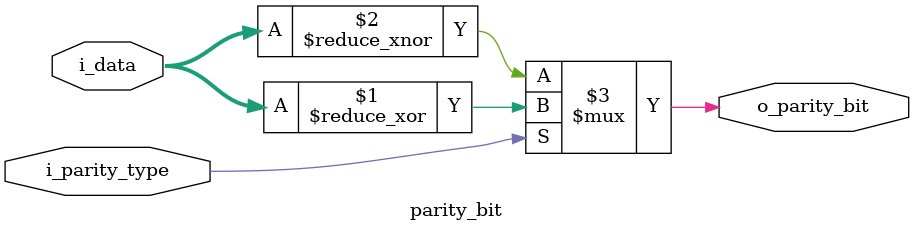
<source format=v>
module parity_bit
#(parameter Data_WIDTH=8)
(
    output  wire                        o_parity_bit,
    input   wire                        i_parity_type,
    input   wire    [Data_WIDTH-1:0]    i_data
);

assign o_parity_bit= (i_parity_type)? ^i_data : ~^i_data;

endmodule

</source>
